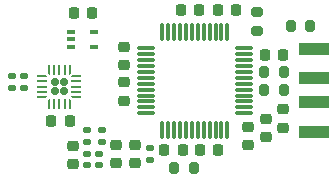
<source format=gbr>
%TF.GenerationSoftware,KiCad,Pcbnew,7.0.7*%
%TF.CreationDate,2024-01-11T13:54:05+01:00*%
%TF.ProjectId,ovrdrive,6f767264-7269-4766-952e-6b696361645f,rev?*%
%TF.SameCoordinates,Original*%
%TF.FileFunction,Paste,Top*%
%TF.FilePolarity,Positive*%
%FSLAX46Y46*%
G04 Gerber Fmt 4.6, Leading zero omitted, Abs format (unit mm)*
G04 Created by KiCad (PCBNEW 7.0.7) date 2024-01-11 13:54:05*
%MOMM*%
%LPD*%
G01*
G04 APERTURE LIST*
G04 Aperture macros list*
%AMRoundRect*
0 Rectangle with rounded corners*
0 $1 Rounding radius*
0 $2 $3 $4 $5 $6 $7 $8 $9 X,Y pos of 4 corners*
0 Add a 4 corners polygon primitive as box body*
4,1,4,$2,$3,$4,$5,$6,$7,$8,$9,$2,$3,0*
0 Add four circle primitives for the rounded corners*
1,1,$1+$1,$2,$3*
1,1,$1+$1,$4,$5*
1,1,$1+$1,$6,$7*
1,1,$1+$1,$8,$9*
0 Add four rect primitives between the rounded corners*
20,1,$1+$1,$2,$3,$4,$5,0*
20,1,$1+$1,$4,$5,$6,$7,0*
20,1,$1+$1,$6,$7,$8,$9,0*
20,1,$1+$1,$8,$9,$2,$3,0*%
%AMFreePoly0*
4,1,14,0.289644,0.110355,0.410355,-0.010356,0.425000,-0.045711,0.425000,-0.075000,0.410355,-0.110355,0.375000,-0.125000,-0.375000,-0.125000,-0.410355,-0.110355,-0.425000,-0.075000,-0.425000,0.075000,-0.410355,0.110355,-0.375000,0.125000,0.254289,0.125000,0.289644,0.110355,0.289644,0.110355,$1*%
%AMFreePoly1*
4,1,14,0.410355,0.110355,0.425000,0.075000,0.425000,0.045711,0.410355,0.010356,0.289644,-0.110355,0.254289,-0.125000,-0.375000,-0.125000,-0.410355,-0.110355,-0.425000,-0.075000,-0.425000,0.075000,-0.410355,0.110355,-0.375000,0.125000,0.375000,0.125000,0.410355,0.110355,0.410355,0.110355,$1*%
%AMFreePoly2*
4,1,14,0.110355,0.410355,0.125000,0.375000,0.125000,-0.375000,0.110355,-0.410355,0.075000,-0.425000,-0.075000,-0.425000,-0.110355,-0.410355,-0.125000,-0.375000,-0.125000,0.254289,-0.110355,0.289644,0.010356,0.410355,0.045711,0.425000,0.075000,0.425000,0.110355,0.410355,0.110355,0.410355,$1*%
%AMFreePoly3*
4,1,14,-0.010356,0.410355,0.110355,0.289644,0.125000,0.254289,0.125000,-0.375000,0.110355,-0.410355,0.075000,-0.425000,-0.075000,-0.425000,-0.110355,-0.410355,-0.125000,-0.375000,-0.125000,0.375000,-0.110355,0.410355,-0.075000,0.425000,-0.045711,0.425000,-0.010356,0.410355,-0.010356,0.410355,$1*%
%AMFreePoly4*
4,1,14,0.410355,0.110355,0.425000,0.075000,0.425000,-0.075000,0.410355,-0.110355,0.375000,-0.125000,-0.254289,-0.125000,-0.289644,-0.110355,-0.410355,0.010356,-0.425000,0.045711,-0.425000,0.075000,-0.410355,0.110355,-0.375000,0.125000,0.375000,0.125000,0.410355,0.110355,0.410355,0.110355,$1*%
%AMFreePoly5*
4,1,14,0.410355,0.110355,0.425000,0.075000,0.425000,-0.075000,0.410355,-0.110355,0.375000,-0.125000,-0.375000,-0.125000,-0.410355,-0.110355,-0.425000,-0.075000,-0.425000,-0.045711,-0.410355,-0.010356,-0.289644,0.110355,-0.254289,0.125000,0.375000,0.125000,0.410355,0.110355,0.410355,0.110355,$1*%
%AMFreePoly6*
4,1,14,0.110355,0.410355,0.125000,0.375000,0.125000,-0.254289,0.110355,-0.289644,-0.010356,-0.410355,-0.045711,-0.425000,-0.075000,-0.425000,-0.110355,-0.410355,-0.125000,-0.375000,-0.125000,0.375000,-0.110355,0.410355,-0.075000,0.425000,0.075000,0.425000,0.110355,0.410355,0.110355,0.410355,$1*%
%AMFreePoly7*
4,1,14,0.110355,0.410355,0.125000,0.375000,0.125000,-0.375000,0.110355,-0.410355,0.075000,-0.425000,0.045711,-0.425000,0.010356,-0.410355,-0.110355,-0.289644,-0.125000,-0.254289,-0.125000,0.375000,-0.110355,0.410355,-0.075000,0.425000,0.075000,0.425000,0.110355,0.410355,0.110355,0.410355,$1*%
G04 Aperture macros list end*
%ADD10RoundRect,0.218750X0.256250X-0.218750X0.256250X0.218750X-0.256250X0.218750X-0.256250X-0.218750X0*%
%ADD11RoundRect,0.225000X0.225000X0.250000X-0.225000X0.250000X-0.225000X-0.250000X0.225000X-0.250000X0*%
%ADD12RoundRect,0.147500X0.172500X-0.147500X0.172500X0.147500X-0.172500X0.147500X-0.172500X-0.147500X0*%
%ADD13RoundRect,0.225000X-0.225000X-0.250000X0.225000X-0.250000X0.225000X0.250000X-0.225000X0.250000X0*%
%ADD14RoundRect,0.200000X0.200000X0.275000X-0.200000X0.275000X-0.200000X-0.275000X0.200000X-0.275000X0*%
%ADD15RoundRect,0.225000X-0.250000X0.225000X-0.250000X-0.225000X0.250000X-0.225000X0.250000X0.225000X0*%
%ADD16RoundRect,0.135000X-0.185000X0.135000X-0.185000X-0.135000X0.185000X-0.135000X0.185000X0.135000X0*%
%ADD17R,2.500000X1.100000*%
%ADD18R,0.650000X0.400000*%
%ADD19RoundRect,0.225000X0.250000X-0.225000X0.250000X0.225000X-0.250000X0.225000X-0.250000X-0.225000X0*%
%ADD20RoundRect,0.200000X-0.275000X0.200000X-0.275000X-0.200000X0.275000X-0.200000X0.275000X0.200000X0*%
%ADD21RoundRect,0.135000X0.185000X-0.135000X0.185000X0.135000X-0.185000X0.135000X-0.185000X-0.135000X0*%
%ADD22RoundRect,0.160000X-0.160000X-0.160000X0.160000X-0.160000X0.160000X0.160000X-0.160000X0.160000X0*%
%ADD23FreePoly0,0.000000*%
%ADD24RoundRect,0.062500X-0.362500X-0.062500X0.362500X-0.062500X0.362500X0.062500X-0.362500X0.062500X0*%
%ADD25FreePoly1,0.000000*%
%ADD26FreePoly2,0.000000*%
%ADD27RoundRect,0.062500X-0.062500X-0.362500X0.062500X-0.362500X0.062500X0.362500X-0.062500X0.362500X0*%
%ADD28FreePoly3,0.000000*%
%ADD29FreePoly4,0.000000*%
%ADD30FreePoly5,0.000000*%
%ADD31FreePoly6,0.000000*%
%ADD32FreePoly7,0.000000*%
%ADD33RoundRect,0.075000X-0.075000X0.662500X-0.075000X-0.662500X0.075000X-0.662500X0.075000X0.662500X0*%
%ADD34RoundRect,0.075000X-0.662500X0.075000X-0.662500X-0.075000X0.662500X-0.075000X0.662500X0.075000X0*%
G04 APERTURE END LIST*
D10*
%TO.C,D1*%
X124200000Y-110387500D03*
X124200000Y-108812500D03*
%TD*%
D11*
%TO.C,C17*%
X129675000Y-97400000D03*
X128125000Y-97400000D03*
%TD*%
D12*
%TO.C,D3*%
X121200000Y-110575000D03*
X121200000Y-109605000D03*
%TD*%
D13*
%TO.C,C7*%
X131225000Y-97400000D03*
X132775000Y-97400000D03*
%TD*%
D11*
%TO.C,C18*%
X120575000Y-97700000D03*
X119025000Y-97700000D03*
%TD*%
D14*
%TO.C,R4*%
X136825000Y-102700000D03*
X135175000Y-102700000D03*
%TD*%
%TO.C,R5*%
X139050000Y-98800000D03*
X137400000Y-98800000D03*
%TD*%
D15*
%TO.C,C6*%
X135300000Y-106625000D03*
X135300000Y-108175000D03*
%TD*%
D16*
%TO.C,R7*%
X114800000Y-102990000D03*
X114800000Y-104010000D03*
%TD*%
D17*
%TO.C,J1*%
X139350000Y-100700000D03*
X139350000Y-103200000D03*
X139350000Y-105200000D03*
X139350000Y-107700000D03*
%TD*%
D15*
%TO.C,C10*%
X123300000Y-103525000D03*
X123300000Y-105075000D03*
%TD*%
D18*
%TO.C,U4*%
X118850000Y-99250000D03*
X118850000Y-99900000D03*
X118850000Y-100550000D03*
X120750000Y-100550000D03*
X120750000Y-99250000D03*
%TD*%
D11*
%TO.C,C8*%
X128275000Y-109300000D03*
X126725000Y-109300000D03*
%TD*%
D19*
%TO.C,C3*%
X119000000Y-110465000D03*
X119000000Y-108915000D03*
%TD*%
D12*
%TO.C,D2*%
X120200000Y-110575000D03*
X120200000Y-109605000D03*
%TD*%
D15*
%TO.C,C9*%
X136800000Y-105825000D03*
X136800000Y-107375000D03*
%TD*%
D16*
%TO.C,R9*%
X125500000Y-109090000D03*
X125500000Y-110110000D03*
%TD*%
D14*
%TO.C,R3*%
X136825000Y-104200000D03*
X135175000Y-104200000D03*
%TD*%
D20*
%TO.C,R10*%
X134600000Y-97575000D03*
X134600000Y-99225000D03*
%TD*%
D19*
%TO.C,C14*%
X122600000Y-110375000D03*
X122600000Y-108825000D03*
%TD*%
D11*
%TO.C,C4*%
X118700000Y-106800000D03*
X117150000Y-106800000D03*
%TD*%
D13*
%TO.C,C12*%
X129725000Y-109300000D03*
X131275000Y-109300000D03*
%TD*%
D21*
%TO.C,R1*%
X120200000Y-108600000D03*
X120200000Y-107580000D03*
%TD*%
%TO.C,R2*%
X121400000Y-108600000D03*
X121400000Y-107580000D03*
%TD*%
D22*
%TO.C,U3*%
X117425000Y-103500000D03*
X117425000Y-104300000D03*
X118225000Y-103500000D03*
X118225000Y-104300000D03*
D23*
X116375000Y-103000000D03*
D24*
X116375000Y-103450000D03*
X116375000Y-103900000D03*
X116375000Y-104350000D03*
D25*
X116375000Y-104800000D03*
D26*
X116925000Y-105350000D03*
D27*
X117375000Y-105350000D03*
X117825000Y-105350000D03*
X118275000Y-105350000D03*
D28*
X118725000Y-105350000D03*
D29*
X119275000Y-104800000D03*
D24*
X119275000Y-104350000D03*
X119275000Y-103900000D03*
X119275000Y-103450000D03*
D30*
X119275000Y-103000000D03*
D31*
X118725000Y-102450000D03*
D27*
X118275000Y-102450000D03*
X117825000Y-102450000D03*
X117375000Y-102450000D03*
D32*
X116925000Y-102450000D03*
%TD*%
D15*
%TO.C,C5*%
X133800000Y-107325000D03*
X133800000Y-108875000D03*
%TD*%
D19*
%TO.C,C11*%
X123300000Y-102075000D03*
X123300000Y-100525000D03*
%TD*%
D13*
%TO.C,C13*%
X135225000Y-101200000D03*
X136775000Y-101200000D03*
%TD*%
D14*
%TO.C,R6*%
X129225000Y-110800000D03*
X127575000Y-110800000D03*
%TD*%
D21*
%TO.C,R8*%
X113800000Y-104010000D03*
X113800000Y-102990000D03*
%TD*%
D33*
%TO.C,U1*%
X132050000Y-99237500D03*
X131550000Y-99237500D03*
X131050000Y-99237500D03*
X130550000Y-99237500D03*
X130050000Y-99237500D03*
X129550000Y-99237500D03*
X129050000Y-99237500D03*
X128550000Y-99237500D03*
X128050000Y-99237500D03*
X127550000Y-99237500D03*
X127050000Y-99237500D03*
X126550000Y-99237500D03*
D34*
X125137500Y-100650000D03*
X125137500Y-101150000D03*
X125137500Y-101650000D03*
X125137500Y-102150000D03*
X125137500Y-102650000D03*
X125137500Y-103150000D03*
X125137500Y-103650000D03*
X125137500Y-104150000D03*
X125137500Y-104650000D03*
X125137500Y-105150000D03*
X125137500Y-105650000D03*
X125137500Y-106150000D03*
D33*
X126550000Y-107562500D03*
X127050000Y-107562500D03*
X127550000Y-107562500D03*
X128050000Y-107562500D03*
X128550000Y-107562500D03*
X129050000Y-107562500D03*
X129550000Y-107562500D03*
X130050000Y-107562500D03*
X130550000Y-107562500D03*
X131050000Y-107562500D03*
X131550000Y-107562500D03*
X132050000Y-107562500D03*
D34*
X133462500Y-106150000D03*
X133462500Y-105650000D03*
X133462500Y-105150000D03*
X133462500Y-104650000D03*
X133462500Y-104150000D03*
X133462500Y-103650000D03*
X133462500Y-103150000D03*
X133462500Y-102650000D03*
X133462500Y-102150000D03*
X133462500Y-101650000D03*
X133462500Y-101150000D03*
X133462500Y-100650000D03*
%TD*%
M02*

</source>
